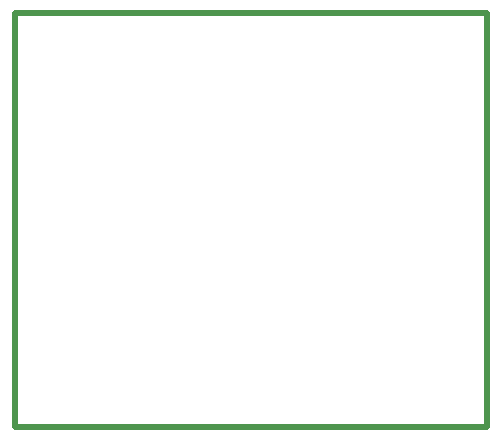
<source format=gbr>
G04 #@! TF.GenerationSoftware,KiCad,Pcbnew,(5.1.4)-1*
G04 #@! TF.CreationDate,2020-01-29T13:18:04+01:00*
G04 #@! TF.ProjectId,OneWire_Adapter,4f6e6557-6972-4655-9f41-646170746572,1.0*
G04 #@! TF.SameCoordinates,Original*
G04 #@! TF.FileFunction,Profile,NP*
%FSLAX46Y46*%
G04 Gerber Fmt 4.6, Leading zero omitted, Abs format (unit mm)*
G04 Created by KiCad (PCBNEW (5.1.4)-1) date 2020-01-29 13:18:04*
%MOMM*%
%LPD*%
G04 APERTURE LIST*
%ADD10C,0.500000*%
G04 APERTURE END LIST*
D10*
X161371000Y-82366000D02*
X161371000Y-117366000D01*
X161371000Y-82366000D02*
X121371000Y-82366000D01*
X121371000Y-117366000D02*
X121371000Y-82366000D01*
X161371000Y-117366000D02*
X121371000Y-117366000D01*
M02*

</source>
